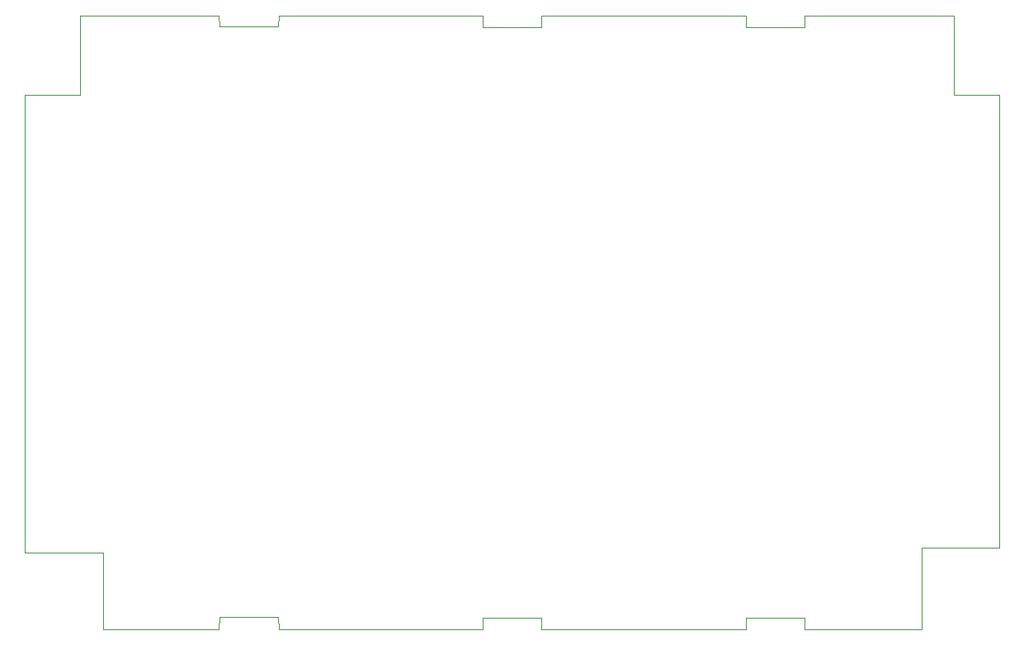
<source format=gbr>
%TF.GenerationSoftware,KiCad,Pcbnew,(6.0.11)*%
%TF.CreationDate,2023-06-06T17:09:24+01:00*%
%TF.ProjectId,Digital Theremin,44696769-7461-46c2-9054-686572656d69,rev?*%
%TF.SameCoordinates,Original*%
%TF.FileFunction,Profile,NP*%
%FSLAX46Y46*%
G04 Gerber Fmt 4.6, Leading zero omitted, Abs format (unit mm)*
G04 Created by KiCad (PCBNEW (6.0.11)) date 2023-06-06 17:09:24*
%MOMM*%
%LPD*%
G01*
G04 APERTURE LIST*
%TA.AperFunction,Profile*%
%ADD10C,0.100000*%
%TD*%
G04 APERTURE END LIST*
D10*
X108000000Y-63000000D02*
X114000000Y-63000000D01*
X114100000Y-61830000D01*
X135000000Y-61830000D01*
X135000000Y-63030000D01*
X141000000Y-63030000D01*
X141000000Y-61830000D01*
X162000000Y-61830000D01*
X162000000Y-63030000D01*
X168000000Y-63030000D01*
X168000000Y-61830000D01*
X183300000Y-61830000D01*
X183300000Y-70000000D01*
X188000000Y-70000000D01*
X188000000Y-116500000D01*
X180000000Y-116500000D01*
X180000000Y-124830000D01*
X168000000Y-124830000D01*
X168000000Y-123630000D01*
X162000000Y-123630000D01*
X162000000Y-124830000D01*
X141000000Y-124830000D01*
X141000000Y-123630000D01*
X135000000Y-123630000D01*
X135000000Y-124830000D01*
X114100000Y-124830000D01*
X114000000Y-123600000D01*
X108000000Y-123600000D01*
X107900000Y-124830000D01*
X96000000Y-124830000D01*
X96000000Y-117000000D01*
X88000000Y-117000000D01*
X88000000Y-70000000D01*
X93700000Y-70000000D01*
X93700000Y-61830000D01*
X107900000Y-61830000D01*
X108000000Y-63000000D01*
M02*

</source>
